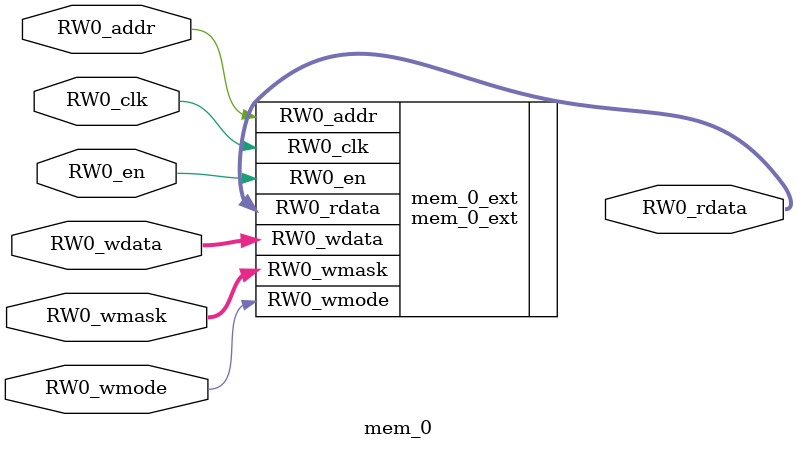
<source format=sv>
`ifndef RANDOMIZE
  `ifdef RANDOMIZE_REG_INIT
    `define RANDOMIZE
  `endif // RANDOMIZE_REG_INIT
`endif // not def RANDOMIZE
`ifndef RANDOMIZE
  `ifdef RANDOMIZE_MEM_INIT
    `define RANDOMIZE
  `endif // RANDOMIZE_MEM_INIT
`endif // not def RANDOMIZE

`ifndef RANDOM
  `define RANDOM $random
`endif // not def RANDOM

// Users can define 'PRINTF_COND' to add an extra gate to prints.
`ifndef PRINTF_COND_
  `ifdef PRINTF_COND
    `define PRINTF_COND_ (`PRINTF_COND)
  `else  // PRINTF_COND
    `define PRINTF_COND_ 1
  `endif // PRINTF_COND
`endif // not def PRINTF_COND_

// Users can define 'ASSERT_VERBOSE_COND' to add an extra gate to assert error printing.
`ifndef ASSERT_VERBOSE_COND_
  `ifdef ASSERT_VERBOSE_COND
    `define ASSERT_VERBOSE_COND_ (`ASSERT_VERBOSE_COND)
  `else  // ASSERT_VERBOSE_COND
    `define ASSERT_VERBOSE_COND_ 1
  `endif // ASSERT_VERBOSE_COND
`endif // not def ASSERT_VERBOSE_COND_

// Users can define 'STOP_COND' to add an extra gate to stop conditions.
`ifndef STOP_COND_
  `ifdef STOP_COND
    `define STOP_COND_ (`STOP_COND)
  `else  // STOP_COND
    `define STOP_COND_ 1
  `endif // STOP_COND
`endif // not def STOP_COND_

// Users can define INIT_RANDOM as general code that gets injected into the
// initializer block for modules with registers.
`ifndef INIT_RANDOM
  `define INIT_RANDOM
`endif // not def INIT_RANDOM

// If using random initialization, you can also define RANDOMIZE_DELAY to
// customize the delay used, otherwise 0.002 is used.
`ifndef RANDOMIZE_DELAY
  `define RANDOMIZE_DELAY 0.002
`endif // not def RANDOMIZE_DELAY

// Define INIT_RANDOM_PROLOG_ for use in our modules below.
`ifndef INIT_RANDOM_PROLOG_
  `ifdef RANDOMIZE
    `ifdef VERILATOR
      `define INIT_RANDOM_PROLOG_ `INIT_RANDOM
    `else  // VERILATOR
      `define INIT_RANDOM_PROLOG_ `INIT_RANDOM #`RANDOMIZE_DELAY begin end
    `endif // VERILATOR
  `else  // RANDOMIZE
    `define INIT_RANDOM_PROLOG_
  `endif // RANDOMIZE
`endif // not def INIT_RANDOM_PROLOG_

module mem_0(	// @[DescribedSRAM.scala:17:26]
  input         RW0_addr,
                RW0_en,
                RW0_clk,
                RW0_wmode,
  input  [31:0] RW0_wdata,
  input  [3:0]  RW0_wmask,
  output [31:0] RW0_rdata
);

  mem_0_ext mem_0_ext (	// @[DescribedSRAM.scala:17:26]
    .RW0_addr  (RW0_addr),
    .RW0_en    (RW0_en),
    .RW0_clk   (RW0_clk),
    .RW0_wmode (RW0_wmode),
    .RW0_wdata (RW0_wdata),
    .RW0_wmask (RW0_wmask),
    .RW0_rdata (RW0_rdata)
  );
endmodule


</source>
